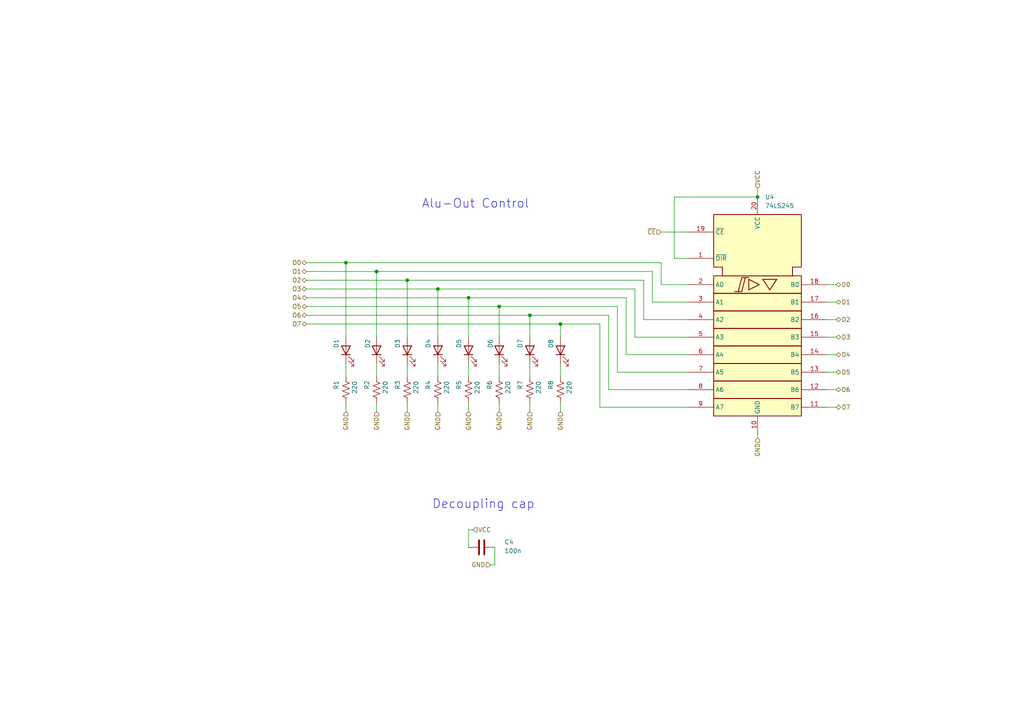
<source format=kicad_sch>
(kicad_sch (version 20250114) (generator "eeschema") (generator_version "9.0")
  (paper "A4")
  (title_block (title "Alu-Out Control") (date "2025-11-30") (rev "1.0") (company "Marco Vettigli"))
  (lib_symbols
    (symbol "74xx_IEEE:74LS245"
      (property "Reference" "U" (at 15.24 25.4 0))
      (property "Value" "74LS245" (at 5.08 -30.48 0))
      (symbol "74LS245_0_0"
        (polyline (pts (xy -6.604 10.668) (xy -4.572 10.668) (xy -3.556 14.732) (xy -2.54 14.732) (xy -4.572 14.732) (xy -5.588 10.668) (xy -5.588 10.668)) (stroke (width 0.254)) (fill (type background)))
        (polyline (pts (xy -2.54 14.224) (xy -2.54 11.176) (xy 0.508 12.7) (xy -2.54 14.224) (xy -2.54 14.224)) (stroke (width 0.254)) (fill (type background)))
        (polyline (pts (xy 1.524 14.224) (xy 5.588 14.224) (xy 3.556 11.176) (xy 1.524 14.224) (xy 1.524 14.224)) (stroke (width 0.254)) (fill (type background)))
        (pin power_in line (at 0 38.1 270) (length 5.08) (name "VCC") (number "20"))
        (pin power_in line (at 0 -30.48 90) (length 5.08) (name "GND") (number "10"))
      )
      (symbol "74LS245_0_1"
        (rectangle (start -12.7 15.24) (end 12.7 10.16) (stroke (width 0.254)) (fill (type background)))
        (rectangle (start -12.7 10.16) (end 12.7 5.08) (stroke (width 0.254)) (fill (type background)))
        (rectangle (start -12.7 5.08) (end 12.7 0) (stroke (width 0.254)) (fill (type background)))
        (rectangle (start -12.7 0) (end 12.7 -5.08) (stroke (width 0.254)) (fill (type background)))
        (rectangle (start -12.7 -5.08) (end 12.7 -10.16) (stroke (width 0.254)) (fill (type background)))
        (rectangle (start -12.7 -10.16) (end 12.7 -15.24) (stroke (width 0.254)) (fill (type background)))
        (rectangle (start -12.7 -15.24) (end 12.7 -20.32) (stroke (width 0.254)) (fill (type background)))
        (rectangle (start -12.7 -20.32) (end 12.7 -25.4) (stroke (width 0.254)) (fill (type background)))
        (polyline (pts (xy -10.16 15.24) (xy -10.16 17.78) (xy -12.7 17.78) (xy -12.7 33.02) (xy 12.7 33.02) (xy 12.7 17.78) (xy 10.16 17.78) (xy 10.16 15.24) (xy 10.16 15.24)) (stroke (width 0.254)) (fill (type background)))
      )
      (symbol "74LS245_1_1"
        (pin input line (at -20.32 27.94 0) (length 7.62) (name "~{CE}") (number "19"))
        (pin input line (at -20.32 20.32 0) (length 7.62) (name "~{DIR}") (number "1"))
        (pin tri_state line (at -20.32 12.7 0) (length 7.62) (name "A0") (number "2"))
        (pin tri_state line (at -20.32 7.62 0) (length 7.62) (name "A1") (number "3"))
        (pin tri_state line (at -20.32 2.54 0) (length 7.62) (name "A2") (number "4"))
        (pin tri_state line (at -20.32 -2.54 0) (length 7.62) (name "A3") (number "5"))
        (pin tri_state line (at -20.32 -7.62 0) (length 7.62) (name "A4") (number "6"))
        (pin tri_state line (at -20.32 -12.7 0) (length 7.62) (name "A5") (number "7"))
        (pin tri_state line (at -20.32 -17.78 0) (length 7.62) (name "A6") (number "8"))
        (pin tri_state line (at -20.32 -22.86 0) (length 7.62) (name "A7") (number "9"))
        (pin tri_state line (at 20.32 12.7 180) (length 7.62) (name "B0") (number "18"))
        (pin tri_state line (at 20.32 7.62 180) (length 7.62) (name "B1") (number "17"))
        (pin tri_state line (at 20.32 2.54 180) (length 7.62) (name "B2") (number "16"))
        (pin tri_state line (at 20.32 -2.54 180) (length 7.62) (name "B3") (number "15"))
        (pin tri_state line (at 20.32 -7.62 180) (length 7.62) (name "B4") (number "14"))
        (pin tri_state line (at 20.32 -12.7 180) (length 7.62) (name "B5") (number "13"))
        (pin tri_state line (at 20.32 -17.78 180) (length 7.62) (name "B6") (number "12"))
        (pin tri_state line (at 20.32 -22.86 180) (length 7.62) (name "B7") (number "11"))
      )
    )
    (symbol "Device:C" (pin_numbers (hide yes)) (pin_names (offset 0.254))
      (property "Reference" "C" (at 0.635 2.54 0))
      (property "Value" "C" (at 0.635 -2.54 0))
      (symbol "C_0_1"
        (polyline (pts (xy -2.032 0.762) (xy 2.032 0.762)) (stroke (width 0.508)))
        (polyline (pts (xy -2.032 -0.762) (xy 2.032 -0.762)) (stroke (width 0.508)))
      )
      (symbol "C_1_1"
        (pin passive line (at 0 3.81 270) (length 2.794) (name "~") (number "1"))
        (pin passive line (at 0 -3.81 90) (length 2.794) (name "~") (number "2"))
      )
    )
    (symbol "Device:LED" (pin_numbers (hide yes)) (pin_names (offset 1.016) (hide yes))
      (property "Reference" "D" (at 0 2.54 0))
      (property "Value" "LED" (at 0 -2.54 0))
      (symbol "LED_0_1"
        (polyline (pts (xy -3.048 -0.762) (xy -4.572 -2.286) (xy -3.81 -2.286) (xy -4.572 -2.286) (xy -4.572 -1.524)))
        (polyline (pts (xy -1.778 -0.762) (xy -3.302 -2.286) (xy -2.54 -2.286) (xy -3.302 -2.286) (xy -3.302 -1.524)))
        (polyline (pts (xy -1.27 0) (xy 1.27 0)))
        (polyline (pts (xy -1.27 -1.27) (xy -1.27 1.27)) (stroke (width 0.254)))
        (polyline (pts (xy 1.27 -1.27) (xy 1.27 1.27) (xy -1.27 0) (xy 1.27 -1.27)) (stroke (width 0.254)))
      )
      (symbol "LED_1_1"
        (pin passive line (at -3.81 0 0) (length 2.54) (name "K") (number "1"))
        (pin passive line (at 3.81 0 180) (length 2.54) (name "A") (number "2"))
      )
    )
    (symbol "Device:R_US" (pin_numbers (hide yes)) (pin_names (offset 0))
      (property "Reference" "R" (at 2.54 0 90))
      (property "Value" "R_US" (at -2.54 0 90))
      (symbol "R_US_0_1"
        (polyline (pts (xy 0 2.286) (xy 0 2.54)))
        (polyline (pts (xy 0 2.286) (xy 1.016 1.905) (xy 0 1.524) (xy -1.016 1.143) (xy 0 0.762)))
        (polyline (pts (xy 0 0.762) (xy 1.016 0.381) (xy 0 0) (xy -1.016 -0.381) (xy 0 -0.762)))
        (polyline (pts (xy 0 -0.762) (xy 1.016 -1.143) (xy 0 -1.524) (xy -1.016 -1.905) (xy 0 -2.286)))
        (polyline (pts (xy 0 -2.286) (xy 0 -2.54)))
      )
      (symbol "R_US_1_1"
        (pin passive line (at 0 3.81 270) (length 1.27) (name "~") (number "1"))
        (pin passive line (at 0 -3.81 90) (length 1.27) (name "~") (number "2"))
      )
    )
  )
  (text "Alu-Out Control" (at 137.922 59.182 0) (effects (font (size 2.54 2.54))))
  (text "Decoupling cap" (at 140.208 146.304 0) (effects (font (size 2.54 2.54))))
  (junction (at 135.89 86.36))
  (junction (at 109.22 78.74))
  (junction (at 144.78 88.9))
  (junction (at 219.71 57.15))
  (junction (at 127 83.82))
  (junction (at 153.67 91.44))
  (junction (at 162.56 93.98))
  (junction (at 118.11 81.28))
  (junction (at 100.33 76.2))
  (wire (pts (xy 240.03 87.63) (xy 242.57 87.63)))
  (wire (pts (xy 240.03 118.11) (xy 242.57 118.11)))
  (wire (pts (xy 88.9 78.74) (xy 109.22 78.74)))
  (wire (pts (xy 88.9 91.44) (xy 153.67 91.44)))
  (wire (pts (xy 118.11 109.22) (xy 118.11 105.41)))
  (wire (pts (xy 144.78 88.9) (xy 179.07 88.9)))
  (wire (pts (xy 135.89 109.22) (xy 135.89 105.41)))
  (wire (pts (xy 127 109.22) (xy 127 105.41)))
  (wire (pts (xy 184.15 83.82) (xy 184.15 97.79)))
  (wire (pts (xy 219.71 54.61) (xy 219.71 57.15)))
  (wire (pts (xy 88.9 83.82) (xy 127 83.82)))
  (wire (pts (xy 240.03 102.87) (xy 242.57 102.87)))
  (wire (pts (xy 162.56 109.22) (xy 162.56 105.41)))
  (wire (pts (xy 176.53 91.44) (xy 176.53 113.03)))
  (wire (pts (xy 127 119.38) (xy 127 116.84)))
  (wire (pts (xy 184.15 97.79) (xy 199.39 97.79)))
  (wire (pts (xy 173.99 93.98) (xy 173.99 118.11)))
  (wire (pts (xy 109.22 119.38) (xy 109.22 116.84)))
  (wire (pts (xy 173.99 118.11) (xy 199.39 118.11)))
  (wire (pts (xy 153.67 91.44) (xy 153.67 97.79)))
  (wire (pts (xy 135.89 86.36) (xy 135.89 97.79)))
  (wire (pts (xy 135.89 119.38) (xy 135.89 116.84)))
  (wire (pts (xy 109.22 78.74) (xy 109.22 97.79)))
  (wire (pts (xy 189.23 87.63) (xy 199.39 87.63)))
  (wire (pts (xy 219.71 57.15) (xy 195.58 57.15)))
  (wire (pts (xy 127 83.82) (xy 184.15 83.82)))
  (wire (pts (xy 179.07 88.9) (xy 179.07 107.95)))
  (wire (pts (xy 135.89 86.36) (xy 181.61 86.36)))
  (wire (pts (xy 153.67 91.44) (xy 176.53 91.44)))
  (wire (pts (xy 109.22 78.74) (xy 189.23 78.74)))
  (wire (pts (xy 144.78 119.38) (xy 144.78 116.84)))
  (wire (pts (xy 240.03 107.95) (xy 242.57 107.95)))
  (wire (pts (xy 88.9 88.9) (xy 144.78 88.9)))
  (wire (pts (xy 240.03 97.79) (xy 242.57 97.79)))
  (wire (pts (xy 143.51 158.75) (xy 143.51 163.83)))
  (wire (pts (xy 88.9 81.28) (xy 118.11 81.28)))
  (wire (pts (xy 191.77 67.31) (xy 199.39 67.31)))
  (wire (pts (xy 153.67 109.22) (xy 153.67 105.41)))
  (wire (pts (xy 195.58 74.93) (xy 199.39 74.93)))
  (wire (pts (xy 240.03 82.55) (xy 242.57 82.55)))
  (wire (pts (xy 144.78 109.22) (xy 144.78 105.41)))
  (wire (pts (xy 88.9 86.36) (xy 135.89 86.36)))
  (wire (pts (xy 144.78 88.9) (xy 144.78 97.79)))
  (wire (pts (xy 181.61 86.36) (xy 181.61 102.87)))
  (wire (pts (xy 100.33 76.2) (xy 191.77 76.2)))
  (wire (pts (xy 162.56 119.38) (xy 162.56 116.84)))
  (wire (pts (xy 162.56 93.98) (xy 162.56 97.79)))
  (wire (pts (xy 127 83.82) (xy 127 97.79)))
  (wire (pts (xy 88.9 76.2) (xy 100.33 76.2)))
  (wire (pts (xy 186.69 92.71) (xy 199.39 92.71)))
  (wire (pts (xy 189.23 78.74) (xy 189.23 87.63)))
  (wire (pts (xy 181.61 102.87) (xy 199.39 102.87)))
  (wire (pts (xy 162.56 93.98) (xy 173.99 93.98)))
  (wire (pts (xy 135.89 153.67) (xy 135.89 158.75)))
  (wire (pts (xy 100.33 76.2) (xy 100.33 97.79)))
  (wire (pts (xy 137.16 153.67) (xy 135.89 153.67)))
  (wire (pts (xy 88.9 93.98) (xy 162.56 93.98)))
  (wire (pts (xy 191.77 76.2) (xy 191.77 82.55)))
  (wire (pts (xy 240.03 92.71) (xy 242.57 92.71)))
  (wire (pts (xy 118.11 81.28) (xy 186.69 81.28)))
  (wire (pts (xy 186.69 81.28) (xy 186.69 92.71)))
  (wire (pts (xy 153.67 119.38) (xy 153.67 116.84)))
  (wire (pts (xy 219.71 125.73) (xy 219.71 127)))
  (wire (pts (xy 176.53 113.03) (xy 199.39 113.03)))
  (wire (pts (xy 100.33 109.22) (xy 100.33 105.41)))
  (wire (pts (xy 240.03 113.03) (xy 242.57 113.03)))
  (wire (pts (xy 100.33 119.38) (xy 100.33 116.84)))
  (wire (pts (xy 191.77 82.55) (xy 199.39 82.55)))
  (wire (pts (xy 109.22 109.22) (xy 109.22 105.41)))
  (wire (pts (xy 118.11 81.28) (xy 118.11 97.79)))
  (wire (pts (xy 118.11 119.38) (xy 118.11 116.84)))
  (wire (pts (xy 179.07 107.95) (xy 199.39 107.95)))
  (wire (pts (xy 195.58 57.15) (xy 195.58 74.93)))
  (wire (pts (xy 142.24 163.83) (xy 143.51 163.83)))
  (hierarchical_label "GND" (shape input) (at 100.33 119.38 270))
  (hierarchical_label "O5" (shape tri_state) (at 88.9 88.9 180))
  (hierarchical_label "D6" (shape tri_state) (at 242.57 113.03 0))
  (hierarchical_label "GND" (shape input) (at 219.71 127 270))
  (hierarchical_label "D1" (shape tri_state) (at 242.57 87.63 0))
  (hierarchical_label "VCC" (shape input) (at 219.71 54.61 90))
  (hierarchical_label "D0" (shape tri_state) (at 242.57 82.55 0))
  (hierarchical_label "D4" (shape tri_state) (at 242.57 102.87 0))
  (hierarchical_label "VCC" (shape input) (at 137.16 153.67 0))
  (hierarchical_label "GND" (shape input) (at 127 119.38 270))
  (hierarchical_label "D5" (shape tri_state) (at 242.57 107.95 0))
  (hierarchical_label "O2" (shape tri_state) (at 88.9 81.28 180))
  (hierarchical_label "GND" (shape input) (at 109.22 119.38 270))
  (hierarchical_label "~{CE}" (shape input) (at 191.77 67.31 180))
  (hierarchical_label "O1" (shape tri_state) (at 88.9 78.74 180))
  (hierarchical_label "O0" (shape tri_state) (at 88.9 76.2 180))
  (hierarchical_label "O4" (shape tri_state) (at 88.9 86.36 180))
  (hierarchical_label "GND" (shape input) (at 118.11 119.38 270))
  (hierarchical_label "GND" (shape input) (at 142.24 163.83 180))
  (hierarchical_label "GND" (shape input) (at 162.56 119.38 270))
  (hierarchical_label "GND" (shape input) (at 135.89 119.38 270))
  (hierarchical_label "O7" (shape tri_state) (at 88.9 93.98 180))
  (hierarchical_label "O6" (shape tri_state) (at 88.9 91.44 180))
  (hierarchical_label "D7" (shape tri_state) (at 242.57 118.11 0))
  (hierarchical_label "GND" (shape input) (at 144.78 119.38 270))
  (hierarchical_label "GND" (shape input) (at 153.67 119.38 270))
  (hierarchical_label "D2" (shape tri_state) (at 242.57 92.71 0))
  (hierarchical_label "O3" (shape tri_state) (at 88.9 83.82 180))
  (hierarchical_label "D3" (shape tri_state) (at 242.57 97.79 0))
  (symbol (lib_id "Device:R_US") (at 109.22 113.03 0) (unit 1)
    (property "Reference" "R2" (at 106.426 113.03 90) (effects (justify left)))
    (property "Value" "220" (at 111.76 114.2999 90) (effects (justify left)))
    (property "Footprint" "Resistor_THT:R_Axial_DIN0207_L6.3mm_D2.5mm_P10.16mm_Horizontal" (effects (hide yes)))
    (property "Description" "Resistor, US symbol" (effects (hide yes)))
  )
  (symbol (lib_id "Device:LED") (at 162.56 101.6 90) (unit 1)
    (property "Reference" "D8" (at 159.766 98.298 0) (effects (justify right)))
    (property "Value" "RED" (effects (hide yes)))
    (property "Footprint" "LED_THT:LED_D3.0mm" (effects (hide yes)))
    (property "Description" "Light emitting diode" (effects (hide yes)))
    (property "Sim.Pins" "1=K 2=A" (effects (hide yes)))
  )
  (symbol (lib_id "Device:LED") (at 135.89 101.6 90) (unit 1)
    (property "Reference" "D5" (at 133.096 98.298 0) (effects (justify right)))
    (property "Value" "RED" (effects (hide yes)))
    (property "Footprint" "LED_THT:LED_D3.0mm" (effects (hide yes)))
    (property "Description" "Light emitting diode" (effects (hide yes)))
    (property "Sim.Pins" "1=K 2=A" (effects (hide yes)))
  )
  (symbol (lib_id "Device:R_US") (at 100.33 113.03 0) (unit 1)
    (property "Reference" "R1" (at 97.536 113.03 90) (effects (justify left)))
    (property "Value" "220" (at 102.87 114.2999 90) (effects (justify left)))
    (property "Footprint" "Resistor_THT:R_Axial_DIN0207_L6.3mm_D2.5mm_P10.16mm_Horizontal" (effects (hide yes)))
    (property "Description" "Resistor, US symbol" (effects (hide yes)))
  )
  (symbol (lib_id "Device:R_US") (at 127 113.03 0) (unit 1)
    (property "Reference" "R4" (at 124.206 113.03 90) (effects (justify left)))
    (property "Value" "220" (at 129.54 114.2999 90) (effects (justify left)))
    (property "Footprint" "Resistor_THT:R_Axial_DIN0207_L6.3mm_D2.5mm_P10.16mm_Horizontal" (effects (hide yes)))
    (property "Description" "Resistor, US symbol" (effects (hide yes)))
  )
  (symbol (lib_id "Device:R_US") (at 144.78 113.03 0) (unit 1)
    (property "Reference" "R6" (at 141.986 113.03 90) (effects (justify left)))
    (property "Value" "220" (at 147.32 114.2999 90) (effects (justify left)))
    (property "Footprint" "Resistor_THT:R_Axial_DIN0207_L6.3mm_D2.5mm_P10.16mm_Horizontal" (effects (hide yes)))
    (property "Description" "Resistor, US symbol" (effects (hide yes)))
  )
  (symbol (lib_id "Device:R_US") (at 153.67 113.03 0) (unit 1)
    (property "Reference" "R7" (at 150.876 113.03 90) (effects (justify left)))
    (property "Value" "220" (at 156.21 114.2999 90) (effects (justify left)))
    (property "Footprint" "Resistor_THT:R_Axial_DIN0207_L6.3mm_D2.5mm_P10.16mm_Horizontal" (effects (hide yes)))
    (property "Description" "Resistor, US symbol" (effects (hide yes)))
  )
  (symbol (lib_id "Device:LED") (at 144.78 101.6 90) (unit 1)
    (property "Reference" "D6" (at 142.24 98.298 0) (effects (justify right)))
    (property "Value" "RED" (effects (hide yes)))
    (property "Footprint" "LED_THT:LED_D3.0mm" (effects (hide yes)))
    (property "Description" "Light emitting diode" (effects (hide yes)))
    (property "Sim.Pins" "1=K 2=A" (effects (hide yes)))
  )
  (symbol (lib_id "Device:R_US") (at 135.89 113.03 0) (unit 1)
    (property "Reference" "R5" (at 133.096 113.03 90) (effects (justify left)))
    (property "Value" "220" (at 138.43 114.2999 90) (effects (justify left)))
    (property "Footprint" "Resistor_THT:R_Axial_DIN0207_L6.3mm_D2.5mm_P10.16mm_Horizontal" (effects (hide yes)))
    (property "Description" "Resistor, US symbol" (effects (hide yes)))
  )
  (symbol (lib_id "Device:LED") (at 127 101.6 90) (unit 1)
    (property "Reference" "D4" (at 124.206 98.298 0) (effects (justify right)))
    (property "Value" "RED" (effects (hide yes)))
    (property "Footprint" "LED_THT:LED_D3.0mm" (effects (hide yes)))
    (property "Description" "Light emitting diode" (effects (hide yes)))
    (property "Sim.Pins" "1=K 2=A" (effects (hide yes)))
  )
  (symbol (lib_id "Device:R_US") (at 162.56 113.03 0) (unit 1)
    (property "Reference" "R8" (at 159.766 113.03 90) (effects (justify left)))
    (property "Value" "220" (at 165.1 114.2999 90) (effects (justify left)))
    (property "Footprint" "Resistor_THT:R_Axial_DIN0207_L6.3mm_D2.5mm_P10.16mm_Horizontal" (effects (hide yes)))
    (property "Description" "Resistor, US symbol" (effects (hide yes)))
  )
  (symbol (lib_id "Device:LED") (at 118.11 101.6 90) (unit 1)
    (property "Reference" "D3" (at 115.316 98.298 0) (effects (justify right)))
    (property "Value" "RED" (effects (hide yes)))
    (property "Footprint" "LED_THT:LED_D3.0mm" (effects (hide yes)))
    (property "Description" "Light emitting diode" (effects (hide yes)))
    (property "Sim.Pins" "1=K 2=A" (effects (hide yes)))
  )
  (symbol (lib_id "Device:C") (at 139.7 158.75 90) (unit 1)
    (property "Reference" "C4" (at 146.304 157.226 90) (effects (justify right)))
    (property "Value" "100n" (at 146.304 159.766 90) (effects (justify right)))
    (property "Footprint" "Capacitor_THT:C_Disc_D3.0mm_W1.6mm_P2.50mm" (effects (hide yes)))
    (property "Description" "Unpolarized capacitor" (effects (hide yes)))
  )
  (symbol (lib_id "Device:LED") (at 100.33 101.6 90) (unit 1)
    (property "Reference" "D1" (at 97.536 98.298 0) (effects (justify right)))
    (property "Value" "RED" (effects (hide yes)))
    (property "Footprint" "LED_THT:LED_D3.0mm" (effects (hide yes)))
    (property "Description" "Light emitting diode" (effects (hide yes)))
    (property "Sim.Pins" "1=K 2=A" (effects (hide yes)))
  )
  (symbol (lib_id "Device:R_US") (at 118.11 113.03 0) (unit 1)
    (property "Reference" "R3" (at 115.316 113.03 90) (effects (justify left)))
    (property "Value" "220" (at 120.65 114.2999 90) (effects (justify left)))
    (property "Footprint" "Resistor_THT:R_Axial_DIN0207_L6.3mm_D2.5mm_P10.16mm_Horizontal" (effects (hide yes)))
    (property "Description" "Resistor, US symbol" (effects (hide yes)))
  )
  (symbol (lib_id "74xx_IEEE:74LS245") (at 219.71 95.25 0) (unit 1)
    (property "Reference" "U4" (at 221.8533 57.15 0) (effects (justify left)))
    (property "Value" "74LS245" (at 221.8533 59.69 0) (effects (justify left)))
    (property "Footprint" "Package_DIP:DIP-20_W7.62mm" (effects (hide yes)))
  )
  (symbol (lib_id "Device:LED") (at 153.67 101.6 90) (unit 1)
    (property "Reference" "D7" (at 150.876 98.298 0) (effects (justify right)))
    (property "Value" "RED" (effects (hide yes)))
    (property "Footprint" "LED_THT:LED_D3.0mm" (effects (hide yes)))
    (property "Description" "Light emitting diode" (effects (hide yes)))
    (property "Sim.Pins" "1=K 2=A" (effects (hide yes)))
  )
  (symbol (lib_id "Device:LED") (at 109.22 101.6 90) (unit 1)
    (property "Reference" "D2" (at 106.68 98.298 0) (effects (justify right)))
    (property "Value" "RED" (effects (hide yes)))
    (property "Footprint" "LED_THT:LED_D3.0mm" (effects (hide yes)))
    (property "Description" "Light emitting diode" (effects (hide yes)))
    (property "Sim.Pins" "1=K 2=A" (effects (hide yes)))
  )
)
</source>
